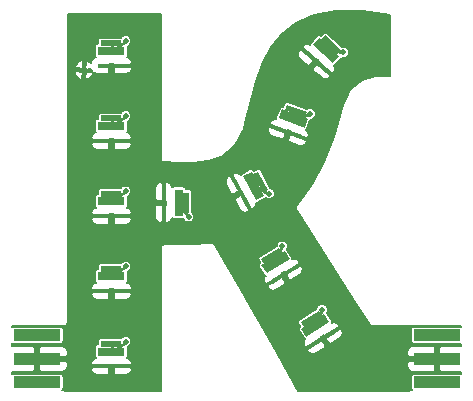
<source format=gtl>
G04 #@! TF.FileFunction,Copper,L1,Top,Signal*
%FSLAX46Y46*%
G04 Gerber Fmt 4.6, Leading zero omitted, Abs format (unit mm)*
G04 Created by KiCad (PCBNEW 4.0.0-rc2-stable) date 3/3/2016 3:45:24 PM*
%MOMM*%
G01*
G04 APERTURE LIST*
%ADD10C,0.150000*%
%ADD11C,0.500000*%
%ADD12R,0.500000X1.800000*%
%ADD13R,0.320000X2.300000*%
%ADD14R,0.800000X2.300000*%
%ADD15R,1.800000X0.500000*%
%ADD16R,2.300000X0.320000*%
%ADD17R,2.300000X0.800000*%
%ADD18R,4.000000X1.000000*%
%ADD19C,0.600000*%
%ADD20C,0.254000*%
%ADD21C,0.152400*%
G04 APERTURE END LIST*
D10*
G36*
X73424681Y-20819821D02*
X74766943Y-22019126D01*
X74433803Y-22391977D01*
X73091541Y-21192672D01*
X73424681Y-20819821D01*
X73424681Y-20819821D01*
G37*
G36*
X71912358Y-22137198D02*
X73627472Y-23669642D01*
X73414262Y-23908266D01*
X71699148Y-22375822D01*
X71912358Y-22137198D01*
X71912358Y-22137198D01*
G37*
G36*
X72905115Y-21026102D02*
X74620229Y-22558547D01*
X74087205Y-23155108D01*
X72372091Y-21622663D01*
X72905115Y-21026102D01*
X72905115Y-21026102D01*
G37*
D11*
X74957340Y-22256295D03*
D10*
G36*
X70181161Y-26699874D02*
X71873546Y-27312928D01*
X71703253Y-27783034D01*
X70010868Y-27169980D01*
X70181161Y-26699874D01*
X70181161Y-26699874D01*
G37*
G36*
X69268342Y-28485751D02*
X71430833Y-29269098D01*
X71321846Y-29569967D01*
X69159355Y-28786620D01*
X69268342Y-28485751D01*
X69268342Y-28485751D01*
G37*
G36*
X69775815Y-27084834D02*
X71938306Y-27868181D01*
X71665837Y-28620352D01*
X69503346Y-27837005D01*
X69775815Y-27084834D01*
X69775815Y-27084834D01*
G37*
D11*
X72138580Y-27462114D03*
D10*
G36*
X67732383Y-32335368D02*
X68585517Y-33920348D01*
X68145245Y-34157330D01*
X67292111Y-32572350D01*
X67732383Y-32335368D01*
X67732383Y-32335368D01*
G37*
G36*
X65861609Y-33058420D02*
X66951725Y-35083672D01*
X66669951Y-35235340D01*
X65579835Y-33210088D01*
X65861609Y-33058420D01*
X65861609Y-33058420D01*
G37*
G36*
X67173620Y-32352213D02*
X68263736Y-34377466D01*
X67559300Y-34756637D01*
X66469184Y-32731384D01*
X67173620Y-32352213D01*
X67173620Y-32352213D01*
G37*
D11*
X68683679Y-34208209D03*
D12*
X61641817Y-34972622D03*
D13*
X59741817Y-34972622D03*
D14*
X60991817Y-34972622D03*
D11*
X61841817Y-36172622D03*
D10*
G36*
X67963062Y-39731308D02*
X69487671Y-38774454D01*
X69753464Y-39197956D01*
X68228855Y-40154810D01*
X67963062Y-39731308D01*
X67963062Y-39731308D01*
G37*
G36*
X68809166Y-41549743D02*
X70757277Y-40327097D01*
X70927384Y-40598139D01*
X68979273Y-41820785D01*
X68809166Y-41549743D01*
X68809166Y-41549743D01*
G37*
G36*
X68017104Y-40287706D02*
X69965215Y-39065060D01*
X70390484Y-39742664D01*
X68442373Y-40965310D01*
X68017104Y-40287706D01*
X68017104Y-40287706D01*
G37*
D11*
X69768352Y-38657328D03*
D10*
G36*
X71335662Y-45105062D02*
X72860271Y-44148208D01*
X73126064Y-44571710D01*
X71601455Y-45528564D01*
X71335662Y-45105062D01*
X71335662Y-45105062D01*
G37*
G36*
X72181766Y-46923497D02*
X74129877Y-45700851D01*
X74299984Y-45971893D01*
X72351873Y-47194539D01*
X72181766Y-46923497D01*
X72181766Y-46923497D01*
G37*
G36*
X71389704Y-45661460D02*
X73337815Y-44438814D01*
X73763084Y-45116418D01*
X71814973Y-46339064D01*
X71389704Y-45661460D01*
X71389704Y-45661460D01*
G37*
D11*
X73140952Y-44031082D03*
D15*
X55316643Y-21477876D03*
D16*
X55316643Y-23377876D03*
D17*
X55316643Y-22127876D03*
D11*
X56516643Y-21277876D03*
D15*
X55316643Y-27842567D03*
D16*
X55316643Y-29742567D03*
D17*
X55316643Y-28492567D03*
D11*
X56516643Y-27642567D03*
D15*
X55316643Y-34207254D03*
D16*
X55316643Y-36107254D03*
D17*
X55316643Y-34857254D03*
D11*
X56516643Y-34007254D03*
D15*
X55316643Y-40571947D03*
D16*
X55316643Y-42471947D03*
D17*
X55316643Y-41221947D03*
D11*
X56516643Y-40371947D03*
D15*
X55316643Y-46936636D03*
D16*
X55316643Y-48836636D03*
D17*
X55316643Y-47586636D03*
D11*
X56516643Y-46736636D03*
D18*
X82907290Y-50192207D03*
X82907290Y-48192207D03*
X82907290Y-46192207D03*
D19*
X81907290Y-50192207D03*
X81907290Y-48192207D03*
X81907290Y-46192207D03*
D18*
X49020840Y-46192207D03*
X49020840Y-48192207D03*
X49020840Y-50192207D03*
D19*
X50020840Y-46192207D03*
X50020840Y-48192207D03*
X50020840Y-50192207D03*
D11*
X53004319Y-23756430D03*
D20*
X73930000Y-21610000D02*
X73500000Y-22090000D01*
X73930000Y-21610000D02*
X73500000Y-22090000D01*
X73930000Y-21610000D02*
X73500000Y-22090000D01*
X73930000Y-21610000D02*
X73500000Y-22090000D01*
X73930000Y-21610000D02*
X73500000Y-22090000D01*
X73930000Y-21610000D02*
X73500000Y-22090000D01*
X73930000Y-21610000D02*
X73500000Y-22090000D01*
X73930000Y-21610000D02*
X73500000Y-22090000D01*
X73930000Y-21610000D02*
X73500000Y-22090000D01*
X73500000Y-22090000D02*
X74960000Y-22260000D01*
X73500000Y-22090000D02*
X74960000Y-22260000D01*
X73500000Y-22090000D02*
X74960000Y-22260000D01*
X73500000Y-22090000D02*
X74960000Y-22260000D01*
X73500000Y-22090000D02*
X74960000Y-22260000D01*
X73500000Y-22090000D02*
X74960000Y-22260000D01*
X73500000Y-22090000D02*
X74960000Y-22260000D01*
X73500000Y-22090000D02*
X74960000Y-22260000D01*
X73500000Y-22090000D02*
X74960000Y-22260000D01*
X70940000Y-27240000D02*
X70720000Y-27850000D01*
X70940000Y-27240000D02*
X70720000Y-27850000D01*
X70940000Y-27240000D02*
X70720000Y-27850000D01*
X70940000Y-27240000D02*
X70720000Y-27850000D01*
X70940000Y-27240000D02*
X70720000Y-27850000D01*
X70940000Y-27240000D02*
X70720000Y-27850000D01*
X70940000Y-27240000D02*
X70720000Y-27850000D01*
X70940000Y-27240000D02*
X70720000Y-27850000D01*
X70940000Y-27240000D02*
X70720000Y-27850000D01*
X70720000Y-27850000D02*
X72140000Y-27460000D01*
X70720000Y-27850000D02*
X72140000Y-27460000D01*
X70720000Y-27850000D02*
X72140000Y-27460000D01*
X70720000Y-27850000D02*
X72140000Y-27460000D01*
X70720000Y-27850000D02*
X72140000Y-27460000D01*
X70720000Y-27850000D02*
X72140000Y-27460000D01*
X70720000Y-27850000D02*
X72140000Y-27460000D01*
X70720000Y-27850000D02*
X72140000Y-27460000D01*
X70720000Y-27850000D02*
X72140000Y-27460000D01*
X67940000Y-33250000D02*
X67370000Y-33550000D01*
X67940000Y-33250000D02*
X67370000Y-33550000D01*
X67940000Y-33250000D02*
X67370000Y-33550000D01*
X67940000Y-33250000D02*
X67370000Y-33550000D01*
X67940000Y-33250000D02*
X67370000Y-33550000D01*
X67940000Y-33250000D02*
X67370000Y-33550000D01*
X67940000Y-33250000D02*
X67370000Y-33550000D01*
X67940000Y-33250000D02*
X67370000Y-33550000D01*
X67940000Y-33250000D02*
X67370000Y-33550000D01*
X67370000Y-33550000D02*
X68680000Y-34210000D01*
X67370000Y-33550000D02*
X68680000Y-34210000D01*
X67370000Y-33550000D02*
X68680000Y-34210000D01*
X67370000Y-33550000D02*
X68680000Y-34210000D01*
X67370000Y-33550000D02*
X68680000Y-34210000D01*
X67370000Y-33550000D02*
X68680000Y-34210000D01*
X67370000Y-33550000D02*
X68680000Y-34210000D01*
X67370000Y-33550000D02*
X68680000Y-34210000D01*
X67370000Y-33550000D02*
X68680000Y-34210000D01*
X61640000Y-34970000D02*
X60990000Y-34970000D01*
X61640000Y-34970000D02*
X60990000Y-34970000D01*
X61640000Y-34970000D02*
X60990000Y-34970000D01*
X61640000Y-34970000D02*
X60990000Y-34970000D01*
X61640000Y-34970000D02*
X60990000Y-34970000D01*
X61640000Y-34970000D02*
X60990000Y-34970000D01*
X61640000Y-34970000D02*
X60990000Y-34970000D01*
X61640000Y-34970000D02*
X60990000Y-34970000D01*
X61640000Y-34970000D02*
X60990000Y-34970000D01*
X60990000Y-34970000D02*
X61840000Y-36170000D01*
X60990000Y-34970000D02*
X61840000Y-36170000D01*
X60990000Y-34970000D02*
X61840000Y-36170000D01*
X60990000Y-34970000D02*
X61840000Y-36170000D01*
X60990000Y-34970000D02*
X61840000Y-36170000D01*
X60990000Y-34970000D02*
X61840000Y-36170000D01*
X60990000Y-34970000D02*
X61840000Y-36170000D01*
X60990000Y-34970000D02*
X61840000Y-36170000D01*
X60990000Y-34970000D02*
X61840000Y-36170000D01*
X68860000Y-39460000D02*
X69200000Y-40020000D01*
X68860000Y-39460000D02*
X69200000Y-40020000D01*
X68860000Y-39460000D02*
X69200000Y-40020000D01*
X68860000Y-39460000D02*
X69200000Y-40020000D01*
X68860000Y-39460000D02*
X69200000Y-40020000D01*
X68860000Y-39460000D02*
X69200000Y-40020000D01*
X68860000Y-39460000D02*
X69200000Y-40020000D01*
X68860000Y-39460000D02*
X69200000Y-40020000D01*
X68860000Y-39460000D02*
X69200000Y-40020000D01*
X69200000Y-40020000D02*
X69770000Y-38660000D01*
X69200000Y-40020000D02*
X69770000Y-38660000D01*
X69200000Y-40020000D02*
X69770000Y-38660000D01*
X69200000Y-40020000D02*
X69770000Y-38660000D01*
X69200000Y-40020000D02*
X69770000Y-38660000D01*
X69200000Y-40020000D02*
X69770000Y-38660000D01*
X69200000Y-40020000D02*
X69770000Y-38660000D01*
X69200000Y-40020000D02*
X69770000Y-38660000D01*
X69200000Y-40020000D02*
X69770000Y-38660000D01*
X72230000Y-44840000D02*
X72580000Y-45390000D01*
X72230000Y-44840000D02*
X72580000Y-45390000D01*
X72230000Y-44840000D02*
X72580000Y-45390000D01*
X72230000Y-44840000D02*
X72580000Y-45390000D01*
X72230000Y-44840000D02*
X72580000Y-45390000D01*
X72230000Y-44840000D02*
X72580000Y-45390000D01*
X72230000Y-44840000D02*
X72580000Y-45390000D01*
X72230000Y-44840000D02*
X72580000Y-45390000D01*
X72230000Y-44840000D02*
X72580000Y-45390000D01*
X72580000Y-45390000D02*
X73140000Y-44030000D01*
X72580000Y-45390000D02*
X73140000Y-44030000D01*
X72580000Y-45390000D02*
X73140000Y-44030000D01*
X72580000Y-45390000D02*
X73140000Y-44030000D01*
X72580000Y-45390000D02*
X73140000Y-44030000D01*
X72580000Y-45390000D02*
X73140000Y-44030000D01*
X72580000Y-45390000D02*
X73140000Y-44030000D01*
X72580000Y-45390000D02*
X73140000Y-44030000D01*
X72580000Y-45390000D02*
X73140000Y-44030000D01*
X55320000Y-21480000D02*
X55320000Y-22130000D01*
X55320000Y-21480000D02*
X55320000Y-22130000D01*
X55320000Y-21480000D02*
X55320000Y-22130000D01*
X55320000Y-21480000D02*
X55320000Y-22130000D01*
X55320000Y-21480000D02*
X55320000Y-22130000D01*
X55320000Y-21480000D02*
X55320000Y-22130000D01*
X55320000Y-21480000D02*
X55320000Y-22130000D01*
X55320000Y-21480000D02*
X55320000Y-22130000D01*
X55320000Y-21480000D02*
X55320000Y-22130000D01*
X55320000Y-22130000D02*
X56520000Y-21280000D01*
X55320000Y-22130000D02*
X56520000Y-21280000D01*
X55320000Y-22130000D02*
X56520000Y-21280000D01*
X55320000Y-22130000D02*
X56520000Y-21280000D01*
X55320000Y-22130000D02*
X56520000Y-21280000D01*
X55320000Y-22130000D02*
X56520000Y-21280000D01*
X55320000Y-22130000D02*
X56520000Y-21280000D01*
X55320000Y-22130000D02*
X56520000Y-21280000D01*
X55320000Y-22130000D02*
X56520000Y-21280000D01*
X55320000Y-27840000D02*
X55320000Y-28490000D01*
X55320000Y-27840000D02*
X55320000Y-28490000D01*
X55320000Y-27840000D02*
X55320000Y-28490000D01*
X55320000Y-27840000D02*
X55320000Y-28490000D01*
X55320000Y-27840000D02*
X55320000Y-28490000D01*
X55320000Y-27840000D02*
X55320000Y-28490000D01*
X55320000Y-27840000D02*
X55320000Y-28490000D01*
X55320000Y-27840000D02*
X55320000Y-28490000D01*
X55320000Y-27840000D02*
X55320000Y-28490000D01*
X55320000Y-28490000D02*
X56520000Y-27640000D01*
X55320000Y-28490000D02*
X56520000Y-27640000D01*
X55320000Y-28490000D02*
X56520000Y-27640000D01*
X55320000Y-28490000D02*
X56520000Y-27640000D01*
X55320000Y-28490000D02*
X56520000Y-27640000D01*
X55320000Y-28490000D02*
X56520000Y-27640000D01*
X55320000Y-28490000D02*
X56520000Y-27640000D01*
X55320000Y-28490000D02*
X56520000Y-27640000D01*
X55320000Y-28490000D02*
X56520000Y-27640000D01*
X55320000Y-34210000D02*
X55320000Y-34860000D01*
X55320000Y-34210000D02*
X55320000Y-34860000D01*
X55320000Y-34210000D02*
X55320000Y-34860000D01*
X55320000Y-34210000D02*
X55320000Y-34860000D01*
X55320000Y-34210000D02*
X55320000Y-34860000D01*
X55320000Y-34210000D02*
X55320000Y-34860000D01*
X55320000Y-34210000D02*
X55320000Y-34860000D01*
X55320000Y-34210000D02*
X55320000Y-34860000D01*
X55320000Y-34210000D02*
X55320000Y-34860000D01*
X55320000Y-34860000D02*
X56520000Y-34010000D01*
X55320000Y-34860000D02*
X56520000Y-34010000D01*
X55320000Y-34860000D02*
X56520000Y-34010000D01*
X55320000Y-34860000D02*
X56520000Y-34010000D01*
X55320000Y-34860000D02*
X56520000Y-34010000D01*
X55320000Y-34860000D02*
X56520000Y-34010000D01*
X55320000Y-34860000D02*
X56520000Y-34010000D01*
X55320000Y-34860000D02*
X56520000Y-34010000D01*
X55320000Y-34860000D02*
X56520000Y-34010000D01*
X55320000Y-40570000D02*
X55320000Y-41220000D01*
X55320000Y-40570000D02*
X55320000Y-41220000D01*
X55320000Y-40570000D02*
X55320000Y-41220000D01*
X55320000Y-40570000D02*
X55320000Y-41220000D01*
X55320000Y-40570000D02*
X55320000Y-41220000D01*
X55320000Y-40570000D02*
X55320000Y-41220000D01*
X55320000Y-40570000D02*
X55320000Y-41220000D01*
X55320000Y-40570000D02*
X55320000Y-41220000D01*
X55320000Y-40570000D02*
X55320000Y-41220000D01*
X55320000Y-41220000D02*
X56520000Y-40370000D01*
X55320000Y-41220000D02*
X56520000Y-40370000D01*
X55320000Y-41220000D02*
X56520000Y-40370000D01*
X55320000Y-41220000D02*
X56520000Y-40370000D01*
X55320000Y-41220000D02*
X56520000Y-40370000D01*
X55320000Y-41220000D02*
X56520000Y-40370000D01*
X55320000Y-41220000D02*
X56520000Y-40370000D01*
X55320000Y-41220000D02*
X56520000Y-40370000D01*
X55320000Y-41220000D02*
X56520000Y-40370000D01*
X55320000Y-46940000D02*
X55320000Y-47590000D01*
X55320000Y-46940000D02*
X55320000Y-47590000D01*
X55320000Y-46940000D02*
X55320000Y-47590000D01*
X55320000Y-46940000D02*
X55320000Y-47590000D01*
X55320000Y-46940000D02*
X55320000Y-47590000D01*
X55320000Y-46940000D02*
X55320000Y-47590000D01*
X55320000Y-46940000D02*
X55320000Y-47590000D01*
X55320000Y-46940000D02*
X55320000Y-47590000D01*
X55320000Y-46940000D02*
X55320000Y-47590000D01*
X55320000Y-47590000D02*
X56520000Y-46740000D01*
X55320000Y-47590000D02*
X56520000Y-46740000D01*
X55320000Y-47590000D02*
X56520000Y-46740000D01*
X55320000Y-47590000D02*
X56520000Y-46740000D01*
X55320000Y-47590000D02*
X56520000Y-46740000D01*
X55320000Y-47590000D02*
X56520000Y-46740000D01*
X55320000Y-47590000D02*
X56520000Y-46740000D01*
X55320000Y-47590000D02*
X56520000Y-46740000D01*
X55320000Y-47590000D02*
X56520000Y-46740000D01*
D21*
G36*
X78901400Y-19097322D02*
X78901400Y-24249247D01*
X77772043Y-24281514D01*
X77741230Y-24288563D01*
X77709675Y-24290422D01*
X76559675Y-24590422D01*
X76555898Y-24592254D01*
X76551713Y-24592625D01*
X76507116Y-24615910D01*
X76461865Y-24637854D01*
X76459075Y-24640993D01*
X76455352Y-24642937D01*
X75585352Y-25342938D01*
X75579319Y-25350146D01*
X75571293Y-25355042D01*
X75544622Y-25391598D01*
X75515580Y-25426295D01*
X75512764Y-25435264D01*
X75507223Y-25442859D01*
X74937223Y-26672860D01*
X74932263Y-26693339D01*
X74922533Y-26712030D01*
X74135960Y-29410274D01*
X73246716Y-31692667D01*
X72215630Y-33597721D01*
X70989277Y-35190002D01*
X70986584Y-35195438D01*
X70982189Y-35199624D01*
X70962541Y-35243974D01*
X70941023Y-35287410D01*
X70940615Y-35293462D01*
X70938157Y-35299011D01*
X70936977Y-35347486D01*
X70933718Y-35395868D01*
X70935659Y-35401619D01*
X70935511Y-35407683D01*
X70952966Y-35452908D01*
X70968475Y-35498866D01*
X70972469Y-35503436D01*
X70974653Y-35509096D01*
X75624653Y-42849096D01*
X75625443Y-42849925D01*
X75625865Y-42850993D01*
X77205865Y-45300993D01*
X77226510Y-45322321D01*
X77243000Y-45347000D01*
X77263947Y-45360997D01*
X77281470Y-45379099D01*
X77308703Y-45390902D01*
X77333384Y-45407393D01*
X77358096Y-45412308D01*
X77381210Y-45422326D01*
X77410886Y-45422809D01*
X77440000Y-45428600D01*
X84941400Y-45428600D01*
X84941400Y-45466036D01*
X84907290Y-45459129D01*
X80907290Y-45459129D01*
X80822576Y-45475069D01*
X80744772Y-45525135D01*
X80692575Y-45601527D01*
X80674212Y-45692207D01*
X80674212Y-46692207D01*
X80690152Y-46776921D01*
X80740218Y-46854725D01*
X80816610Y-46906922D01*
X80907290Y-46925285D01*
X84907290Y-46925285D01*
X84941400Y-46918867D01*
X84941400Y-47108007D01*
X83231140Y-47108007D01*
X83085090Y-47254057D01*
X83085090Y-48014407D01*
X83105090Y-48014407D01*
X83105090Y-48370007D01*
X83085090Y-48370007D01*
X83085090Y-49130357D01*
X83231140Y-49276407D01*
X84941400Y-49276407D01*
X84941400Y-49466036D01*
X84907290Y-49459129D01*
X80907290Y-49459129D01*
X80822576Y-49475069D01*
X80744772Y-49525135D01*
X80692575Y-49601527D01*
X80674212Y-49692207D01*
X80674212Y-50692207D01*
X80690152Y-50776921D01*
X80740218Y-50854725D01*
X80764622Y-50871400D01*
X80520000Y-50871400D01*
X80469726Y-50881400D01*
X71093221Y-50881400D01*
X69232126Y-47561036D01*
X71892164Y-47561036D01*
X71918826Y-47603517D01*
X72108299Y-47738106D01*
X72334854Y-47789941D01*
X72564000Y-47751131D01*
X72760852Y-47627586D01*
X72843043Y-47576002D01*
X80323090Y-47576002D01*
X80323090Y-47868357D01*
X80469140Y-48014407D01*
X81039370Y-48014407D01*
X81007878Y-48130540D01*
X81038672Y-48370007D01*
X80469140Y-48370007D01*
X80323090Y-48516057D01*
X80323090Y-48808412D01*
X80412029Y-49023130D01*
X80576368Y-49187468D01*
X80791086Y-49276407D01*
X82583440Y-49276407D01*
X82729490Y-49130357D01*
X82729490Y-48538605D01*
X82806702Y-48253874D01*
X82761837Y-47904990D01*
X82729490Y-47826897D01*
X82729490Y-47254057D01*
X82583440Y-47108007D01*
X80791086Y-47108007D01*
X80576368Y-47196946D01*
X80412029Y-47361284D01*
X80323090Y-47576002D01*
X72843043Y-47576002D01*
X73362178Y-47250190D01*
X73408245Y-47048847D01*
X73132804Y-46609971D01*
X71938231Y-47359693D01*
X71892164Y-47561036D01*
X69232126Y-47561036D01*
X67876454Y-45142395D01*
X71105593Y-45142395D01*
X71138244Y-45228963D01*
X71280136Y-45455047D01*
X71265803Y-45464042D01*
X71202523Y-45522576D01*
X71163237Y-45606342D01*
X71159635Y-45698793D01*
X71192286Y-45785361D01*
X71617555Y-46462965D01*
X71676089Y-46526244D01*
X71729551Y-46551318D01*
X71638200Y-46679922D01*
X71586364Y-46906478D01*
X71625173Y-47135623D01*
X71651835Y-47178105D01*
X71853178Y-47224172D01*
X73047751Y-46474451D01*
X73014167Y-46420939D01*
X73433999Y-46420939D01*
X73709440Y-46859815D01*
X73910783Y-46905882D01*
X74512110Y-46528486D01*
X74708962Y-46404940D01*
X74843550Y-46215468D01*
X74895386Y-45988912D01*
X74856577Y-45759767D01*
X74829915Y-45717285D01*
X74628572Y-45671218D01*
X73433999Y-46420939D01*
X73014167Y-46420939D01*
X73005224Y-46406690D01*
X73306419Y-46217658D01*
X73348946Y-46285419D01*
X74543519Y-45535697D01*
X74589586Y-45334354D01*
X74562924Y-45291873D01*
X74373451Y-45157284D01*
X74146896Y-45105449D01*
X73991098Y-45131836D01*
X73993153Y-45079085D01*
X73960502Y-44992517D01*
X73535233Y-44314913D01*
X73534669Y-44314303D01*
X73546452Y-44302541D01*
X73619468Y-44126699D01*
X73619635Y-43936300D01*
X73546926Y-43760331D01*
X73412411Y-43625582D01*
X73236569Y-43552566D01*
X73046170Y-43552399D01*
X72870201Y-43625108D01*
X72735452Y-43759623D01*
X72662436Y-43935465D01*
X72662382Y-43997225D01*
X71211761Y-44907644D01*
X71148481Y-44966178D01*
X71109195Y-45049944D01*
X71105593Y-45142395D01*
X67876454Y-45142395D01*
X67653027Y-44743781D01*
X67651898Y-44742460D01*
X67651339Y-44740811D01*
X66178626Y-42187282D01*
X68519564Y-42187282D01*
X68546226Y-42229763D01*
X68735699Y-42364352D01*
X68962254Y-42416187D01*
X69191400Y-42377377D01*
X69388252Y-42253832D01*
X69989578Y-41876436D01*
X70035645Y-41675093D01*
X69760204Y-41236217D01*
X68565631Y-41985939D01*
X68519564Y-42187282D01*
X66178626Y-42187282D01*
X64783707Y-39768641D01*
X67732993Y-39768641D01*
X67765644Y-39855209D01*
X67907536Y-40081293D01*
X67893203Y-40090288D01*
X67829923Y-40148822D01*
X67790637Y-40232588D01*
X67787035Y-40325039D01*
X67819686Y-40411607D01*
X68244955Y-41089211D01*
X68303489Y-41152490D01*
X68356951Y-41177564D01*
X68265600Y-41306168D01*
X68213764Y-41532724D01*
X68252573Y-41761869D01*
X68279235Y-41804351D01*
X68480578Y-41850418D01*
X69675151Y-41100697D01*
X69641567Y-41047185D01*
X70061399Y-41047185D01*
X70336840Y-41486061D01*
X70538183Y-41532128D01*
X71139510Y-41154732D01*
X71336362Y-41031186D01*
X71470950Y-40841714D01*
X71522786Y-40615158D01*
X71483977Y-40386013D01*
X71457315Y-40343531D01*
X71255972Y-40297464D01*
X70061399Y-41047185D01*
X69641567Y-41047185D01*
X69632624Y-41032936D01*
X69933819Y-40843904D01*
X69976346Y-40911665D01*
X71170919Y-40161943D01*
X71216986Y-39960600D01*
X71190324Y-39918119D01*
X71000851Y-39783530D01*
X70774296Y-39731695D01*
X70618498Y-39758082D01*
X70620553Y-39705331D01*
X70587902Y-39618763D01*
X70162633Y-38941159D01*
X70162069Y-38940549D01*
X70173852Y-38928787D01*
X70246868Y-38752945D01*
X70247035Y-38562546D01*
X70174326Y-38386577D01*
X70039811Y-38251828D01*
X69863969Y-38178812D01*
X69673570Y-38178645D01*
X69497601Y-38251354D01*
X69362852Y-38385869D01*
X69289836Y-38561711D01*
X69289782Y-38623471D01*
X67839161Y-39533890D01*
X67775881Y-39592424D01*
X67736595Y-39676190D01*
X67732993Y-39768641D01*
X64783707Y-39768641D01*
X64081339Y-38550811D01*
X64054020Y-38519630D01*
X64029768Y-38486025D01*
X64018463Y-38479047D01*
X64009703Y-38469049D01*
X63972529Y-38450696D01*
X63937265Y-38428930D01*
X63924148Y-38426809D01*
X63912231Y-38420926D01*
X63870867Y-38418196D01*
X63829953Y-38411581D01*
X61892989Y-38481471D01*
X59766076Y-38511428D01*
X59714817Y-38522376D01*
X59663384Y-38532607D01*
X59661723Y-38533717D01*
X59659770Y-38534134D01*
X59616596Y-38563870D01*
X59573000Y-38593000D01*
X59571890Y-38594661D01*
X59570245Y-38595794D01*
X59541728Y-38639802D01*
X59512607Y-38683384D01*
X59512217Y-38685342D01*
X59511131Y-38687019D01*
X59501630Y-38738570D01*
X59491400Y-38790000D01*
X59491400Y-50881400D01*
X51380274Y-50881400D01*
X51330000Y-50871400D01*
X51164522Y-50871400D01*
X51183358Y-50859279D01*
X51235555Y-50782887D01*
X51253918Y-50692207D01*
X51253918Y-49692207D01*
X51237978Y-49607493D01*
X51187912Y-49529689D01*
X51111520Y-49477492D01*
X51020840Y-49459129D01*
X47020840Y-49459129D01*
X46936126Y-49475069D01*
X46908600Y-49492782D01*
X46908600Y-49276407D01*
X48696990Y-49276407D01*
X48843040Y-49130357D01*
X48843040Y-48370007D01*
X48823040Y-48370007D01*
X48823040Y-48130540D01*
X49121428Y-48130540D01*
X49166293Y-48479424D01*
X49198640Y-48557517D01*
X49198640Y-49130357D01*
X49344690Y-49276407D01*
X51137044Y-49276407D01*
X51351762Y-49187468D01*
X51476544Y-49062686D01*
X53582443Y-49062686D01*
X53582443Y-49112841D01*
X53671382Y-49327559D01*
X53835721Y-49491897D01*
X54050439Y-49580836D01*
X54992793Y-49580836D01*
X55138843Y-49434786D01*
X55138843Y-48916636D01*
X55494443Y-48916636D01*
X55494443Y-49434786D01*
X55640493Y-49580836D01*
X56582847Y-49580836D01*
X56797565Y-49491897D01*
X56961904Y-49327559D01*
X57050843Y-49112841D01*
X57050843Y-49062686D01*
X56904793Y-48916636D01*
X55494443Y-48916636D01*
X55138843Y-48916636D01*
X53728493Y-48916636D01*
X53582443Y-49062686D01*
X51476544Y-49062686D01*
X51516101Y-49023130D01*
X51605040Y-48808412D01*
X51605040Y-48560431D01*
X53582443Y-48560431D01*
X53582443Y-48610586D01*
X53728493Y-48756636D01*
X55138843Y-48756636D01*
X55138843Y-48676636D01*
X55494443Y-48676636D01*
X55494443Y-48756636D01*
X56904793Y-48756636D01*
X57050843Y-48610586D01*
X57050843Y-48560431D01*
X56961904Y-48345713D01*
X56797565Y-48181375D01*
X56651575Y-48120904D01*
X56681358Y-48077316D01*
X56699721Y-47986636D01*
X56699721Y-47186636D01*
X56698359Y-47179398D01*
X56787394Y-47142610D01*
X56922143Y-47008095D01*
X56995159Y-46832253D01*
X56995326Y-46641854D01*
X56922617Y-46465885D01*
X56788102Y-46331136D01*
X56612260Y-46258120D01*
X56421861Y-46257953D01*
X56245892Y-46330662D01*
X56122782Y-46453558D01*
X54416643Y-46453558D01*
X54331929Y-46469498D01*
X54254125Y-46519564D01*
X54201928Y-46595956D01*
X54183565Y-46686636D01*
X54183565Y-46953558D01*
X54166643Y-46953558D01*
X54081929Y-46969498D01*
X54004125Y-47019564D01*
X53951928Y-47095956D01*
X53933565Y-47186636D01*
X53933565Y-47986636D01*
X53949505Y-48071350D01*
X53981460Y-48121008D01*
X53835721Y-48181375D01*
X53671382Y-48345713D01*
X53582443Y-48560431D01*
X51605040Y-48560431D01*
X51605040Y-48516057D01*
X51458990Y-48370007D01*
X50888760Y-48370007D01*
X50920252Y-48253874D01*
X50889458Y-48014407D01*
X51458990Y-48014407D01*
X51605040Y-47868357D01*
X51605040Y-47576002D01*
X51516101Y-47361284D01*
X51351762Y-47196946D01*
X51137044Y-47108007D01*
X49344690Y-47108007D01*
X49198640Y-47254057D01*
X49198640Y-47845809D01*
X49121428Y-48130540D01*
X48823040Y-48130540D01*
X48823040Y-48014407D01*
X48843040Y-48014407D01*
X48843040Y-47254057D01*
X48696990Y-47108007D01*
X46908600Y-47108007D01*
X46908600Y-46892191D01*
X46930160Y-46906922D01*
X47020840Y-46925285D01*
X51020840Y-46925285D01*
X51105554Y-46909345D01*
X51183358Y-46859279D01*
X51235555Y-46782887D01*
X51253918Y-46692207D01*
X51253918Y-45692207D01*
X51237978Y-45607493D01*
X51187912Y-45529689D01*
X51111520Y-45477492D01*
X51020840Y-45459129D01*
X47020840Y-45459129D01*
X46936126Y-45475069D01*
X46908600Y-45492782D01*
X46908600Y-45428600D01*
X51330000Y-45428600D01*
X51436616Y-45407393D01*
X51527000Y-45347000D01*
X51587393Y-45256616D01*
X51608600Y-45150000D01*
X51608600Y-42697997D01*
X53582443Y-42697997D01*
X53582443Y-42748152D01*
X53671382Y-42962870D01*
X53835721Y-43127208D01*
X54050439Y-43216147D01*
X54992793Y-43216147D01*
X55138843Y-43070097D01*
X55138843Y-42551947D01*
X55494443Y-42551947D01*
X55494443Y-43070097D01*
X55640493Y-43216147D01*
X56582847Y-43216147D01*
X56797565Y-43127208D01*
X56961904Y-42962870D01*
X57050843Y-42748152D01*
X57050843Y-42697997D01*
X56904793Y-42551947D01*
X55494443Y-42551947D01*
X55138843Y-42551947D01*
X53728493Y-42551947D01*
X53582443Y-42697997D01*
X51608600Y-42697997D01*
X51608600Y-42195742D01*
X53582443Y-42195742D01*
X53582443Y-42245897D01*
X53728493Y-42391947D01*
X55138843Y-42391947D01*
X55138843Y-42311947D01*
X55494443Y-42311947D01*
X55494443Y-42391947D01*
X56904793Y-42391947D01*
X57050843Y-42245897D01*
X57050843Y-42195742D01*
X56961904Y-41981024D01*
X56797565Y-41816686D01*
X56651575Y-41756215D01*
X56681358Y-41712627D01*
X56699721Y-41621947D01*
X56699721Y-40821947D01*
X56698359Y-40814709D01*
X56787394Y-40777921D01*
X56922143Y-40643406D01*
X56995159Y-40467564D01*
X56995326Y-40277165D01*
X56922617Y-40101196D01*
X56788102Y-39966447D01*
X56612260Y-39893431D01*
X56421861Y-39893264D01*
X56245892Y-39965973D01*
X56122782Y-40088869D01*
X54416643Y-40088869D01*
X54331929Y-40104809D01*
X54254125Y-40154875D01*
X54201928Y-40231267D01*
X54183565Y-40321947D01*
X54183565Y-40588869D01*
X54166643Y-40588869D01*
X54081929Y-40604809D01*
X54004125Y-40654875D01*
X53951928Y-40731267D01*
X53933565Y-40821947D01*
X53933565Y-41621947D01*
X53949505Y-41706661D01*
X53981460Y-41756319D01*
X53835721Y-41816686D01*
X53671382Y-41981024D01*
X53582443Y-42195742D01*
X51608600Y-42195742D01*
X51608600Y-36333304D01*
X53582443Y-36333304D01*
X53582443Y-36383459D01*
X53671382Y-36598177D01*
X53835721Y-36762515D01*
X54050439Y-36851454D01*
X54992793Y-36851454D01*
X55138843Y-36705404D01*
X55138843Y-36187254D01*
X55494443Y-36187254D01*
X55494443Y-36705404D01*
X55640493Y-36851454D01*
X56582847Y-36851454D01*
X56797565Y-36762515D01*
X56961904Y-36598177D01*
X57050843Y-36383459D01*
X57050843Y-36333304D01*
X56904793Y-36187254D01*
X55494443Y-36187254D01*
X55138843Y-36187254D01*
X53728493Y-36187254D01*
X53582443Y-36333304D01*
X51608600Y-36333304D01*
X51608600Y-35831049D01*
X53582443Y-35831049D01*
X53582443Y-35881204D01*
X53728493Y-36027254D01*
X55138843Y-36027254D01*
X55138843Y-35947254D01*
X55494443Y-35947254D01*
X55494443Y-36027254D01*
X56904793Y-36027254D01*
X57050843Y-35881204D01*
X57050843Y-35831049D01*
X56961904Y-35616331D01*
X56797565Y-35451993D01*
X56651575Y-35391522D01*
X56681358Y-35347934D01*
X56691779Y-35296472D01*
X58997617Y-35296472D01*
X58997617Y-36238826D01*
X59086556Y-36453544D01*
X59250894Y-36617883D01*
X59465612Y-36706822D01*
X59515767Y-36706822D01*
X59661817Y-36560772D01*
X59661817Y-35150422D01*
X59143667Y-35150422D01*
X58997617Y-35296472D01*
X56691779Y-35296472D01*
X56699721Y-35257254D01*
X56699721Y-34457254D01*
X56698359Y-34450016D01*
X56787394Y-34413228D01*
X56922143Y-34278713D01*
X56995159Y-34102871D01*
X56995326Y-33912472D01*
X56922617Y-33736503D01*
X56892585Y-33706418D01*
X58997617Y-33706418D01*
X58997617Y-34648772D01*
X59143667Y-34794822D01*
X59661817Y-34794822D01*
X59661817Y-33384472D01*
X59821817Y-33384472D01*
X59821817Y-34794822D01*
X59901817Y-34794822D01*
X59901817Y-35150422D01*
X59821817Y-35150422D01*
X59821817Y-36560772D01*
X59967867Y-36706822D01*
X60018022Y-36706822D01*
X60232740Y-36617883D01*
X60397078Y-36453544D01*
X60457549Y-36307554D01*
X60501137Y-36337337D01*
X60591817Y-36355700D01*
X61391817Y-36355700D01*
X61399055Y-36354338D01*
X61435843Y-36443373D01*
X61570358Y-36578122D01*
X61746200Y-36651138D01*
X61936599Y-36651305D01*
X62112568Y-36578596D01*
X62247317Y-36444081D01*
X62320333Y-36268239D01*
X62320500Y-36077840D01*
X62247791Y-35901871D01*
X62124895Y-35778761D01*
X62124895Y-34784768D01*
X65763972Y-34784768D01*
X66100460Y-35409906D01*
X66210613Y-35614553D01*
X66390697Y-35761467D01*
X66613294Y-35828285D01*
X66844517Y-35804831D01*
X66888681Y-35781060D01*
X66948062Y-35583234D01*
X66279607Y-34341358D01*
X65823353Y-34586942D01*
X65763972Y-34784768D01*
X62124895Y-34784768D01*
X62124895Y-34072622D01*
X62108955Y-33987908D01*
X62058889Y-33910104D01*
X61982497Y-33857907D01*
X61891817Y-33839544D01*
X61624895Y-33839544D01*
X61624895Y-33822622D01*
X61608955Y-33737908D01*
X61558889Y-33660104D01*
X61482497Y-33607907D01*
X61391817Y-33589544D01*
X60591817Y-33589544D01*
X60507103Y-33605484D01*
X60457445Y-33637439D01*
X60397078Y-33491700D01*
X60232740Y-33327361D01*
X60018022Y-33238422D01*
X59967867Y-33238422D01*
X59821817Y-33384472D01*
X59661817Y-33384472D01*
X59515767Y-33238422D01*
X59465612Y-33238422D01*
X59250894Y-33327361D01*
X59086556Y-33491700D01*
X58997617Y-33706418D01*
X56892585Y-33706418D01*
X56788102Y-33601754D01*
X56612260Y-33528738D01*
X56421861Y-33528571D01*
X56245892Y-33601280D01*
X56122782Y-33724176D01*
X54416643Y-33724176D01*
X54331929Y-33740116D01*
X54254125Y-33790182D01*
X54201928Y-33866574D01*
X54183565Y-33957254D01*
X54183565Y-34224176D01*
X54166643Y-34224176D01*
X54081929Y-34240116D01*
X54004125Y-34290182D01*
X53951928Y-34366574D01*
X53933565Y-34457254D01*
X53933565Y-35257254D01*
X53949505Y-35341968D01*
X53981460Y-35391626D01*
X53835721Y-35451993D01*
X53671382Y-35616331D01*
X53582443Y-35831049D01*
X51608600Y-35831049D01*
X51608600Y-33153432D01*
X64986890Y-33153432D01*
X65010344Y-33384655D01*
X65120498Y-33589301D01*
X65456986Y-34214439D01*
X65654812Y-34273821D01*
X66111066Y-34028236D01*
X65442611Y-32786360D01*
X65244785Y-32726979D01*
X65200622Y-32750751D01*
X65053707Y-32930834D01*
X64986890Y-33153432D01*
X51608600Y-33153432D01*
X51608600Y-32710526D01*
X65583498Y-32710526D01*
X66251953Y-33952402D01*
X66322396Y-33914485D01*
X66490938Y-34227606D01*
X66420494Y-34265524D01*
X67088949Y-35507400D01*
X67286775Y-35566781D01*
X67330938Y-35543009D01*
X67477853Y-35362926D01*
X67544670Y-35140328D01*
X67528723Y-34983117D01*
X67581219Y-34988682D01*
X67669770Y-34961873D01*
X68374206Y-34582702D01*
X68378114Y-34579543D01*
X68412220Y-34613709D01*
X68588062Y-34686725D01*
X68778461Y-34686892D01*
X68954430Y-34614183D01*
X69089179Y-34479668D01*
X69162195Y-34303826D01*
X69162362Y-34113427D01*
X69089653Y-33937458D01*
X68955138Y-33802709D01*
X68779296Y-33729693D01*
X68747578Y-33729665D01*
X67937619Y-32224898D01*
X67883431Y-32157858D01*
X67802469Y-32113077D01*
X67710464Y-32103323D01*
X67621912Y-32130133D01*
X67386877Y-32256644D01*
X67378856Y-32241743D01*
X67324668Y-32174703D01*
X67243707Y-32129922D01*
X67151701Y-32120168D01*
X67063150Y-32146977D01*
X66358714Y-32526148D01*
X66291674Y-32580336D01*
X66263093Y-32632009D01*
X66140863Y-32532293D01*
X65918266Y-32465475D01*
X65687043Y-32488929D01*
X65642879Y-32512700D01*
X65583498Y-32710526D01*
X51608600Y-32710526D01*
X51608600Y-29968617D01*
X53582443Y-29968617D01*
X53582443Y-30018772D01*
X53671382Y-30233490D01*
X53835721Y-30397828D01*
X54050439Y-30486767D01*
X54992793Y-30486767D01*
X55138843Y-30340717D01*
X55138843Y-29822567D01*
X55494443Y-29822567D01*
X55494443Y-30340717D01*
X55640493Y-30486767D01*
X56582847Y-30486767D01*
X56797565Y-30397828D01*
X56961904Y-30233490D01*
X57050843Y-30018772D01*
X57050843Y-29968617D01*
X56904793Y-29822567D01*
X55494443Y-29822567D01*
X55138843Y-29822567D01*
X53728493Y-29822567D01*
X53582443Y-29968617D01*
X51608600Y-29968617D01*
X51608600Y-29466362D01*
X53582443Y-29466362D01*
X53582443Y-29516517D01*
X53728493Y-29662567D01*
X55138843Y-29662567D01*
X55138843Y-29582567D01*
X55494443Y-29582567D01*
X55494443Y-29662567D01*
X56904793Y-29662567D01*
X57050843Y-29516517D01*
X57050843Y-29466362D01*
X56961904Y-29251644D01*
X56797565Y-29087306D01*
X56651575Y-29026835D01*
X56681358Y-28983247D01*
X56699721Y-28892567D01*
X56699721Y-28092567D01*
X56698359Y-28085329D01*
X56787394Y-28048541D01*
X56922143Y-27914026D01*
X56995159Y-27738184D01*
X56995326Y-27547785D01*
X56922617Y-27371816D01*
X56788102Y-27237067D01*
X56612260Y-27164051D01*
X56421861Y-27163884D01*
X56245892Y-27236593D01*
X56122782Y-27359489D01*
X54416643Y-27359489D01*
X54331929Y-27375429D01*
X54254125Y-27425495D01*
X54201928Y-27501887D01*
X54183565Y-27592567D01*
X54183565Y-27859489D01*
X54166643Y-27859489D01*
X54081929Y-27875429D01*
X54004125Y-27925495D01*
X53951928Y-28001887D01*
X53933565Y-28092567D01*
X53933565Y-28892567D01*
X53949505Y-28977281D01*
X53981460Y-29026939D01*
X53835721Y-29087306D01*
X53671382Y-29251644D01*
X53582443Y-29466362D01*
X51608600Y-29466362D01*
X51608600Y-23970349D01*
X52181116Y-23970349D01*
X52325641Y-24269092D01*
X52573490Y-24489786D01*
X52708742Y-24553963D01*
X52829247Y-24455157D01*
X53094273Y-24455157D01*
X53218238Y-24579633D01*
X53516981Y-24435108D01*
X53737675Y-24187259D01*
X53801852Y-24052007D01*
X53690466Y-23916159D01*
X53122871Y-23887562D01*
X53094273Y-24455157D01*
X52829247Y-24455157D01*
X52844590Y-24442577D01*
X52873187Y-23874982D01*
X52305592Y-23846384D01*
X52181116Y-23970349D01*
X51608600Y-23970349D01*
X51608600Y-23460853D01*
X52206786Y-23460853D01*
X52318172Y-23596701D01*
X52885767Y-23625298D01*
X52892541Y-23490839D01*
X53018460Y-23490839D01*
X53136892Y-23609271D01*
X53135451Y-23637878D01*
X53167093Y-23639472D01*
X53269910Y-23742289D01*
X53362863Y-23649336D01*
X53585116Y-23660534D01*
X53671382Y-23868799D01*
X53835721Y-24033137D01*
X54050439Y-24122076D01*
X54992793Y-24122076D01*
X55138843Y-23976026D01*
X55138843Y-23457876D01*
X55494443Y-23457876D01*
X55494443Y-23976026D01*
X55640493Y-24122076D01*
X56582847Y-24122076D01*
X56797565Y-24033137D01*
X56961904Y-23868799D01*
X57050843Y-23654081D01*
X57050843Y-23603926D01*
X56904793Y-23457876D01*
X55494443Y-23457876D01*
X55138843Y-23457876D01*
X55118843Y-23457876D01*
X55118843Y-23297876D01*
X55138843Y-23297876D01*
X55138843Y-23217876D01*
X55494443Y-23217876D01*
X55494443Y-23297876D01*
X56904793Y-23297876D01*
X57050843Y-23151826D01*
X57050843Y-23101671D01*
X56961904Y-22886953D01*
X56797565Y-22722615D01*
X56651575Y-22662144D01*
X56681358Y-22618556D01*
X56699721Y-22527876D01*
X56699721Y-21727876D01*
X56698359Y-21720638D01*
X56787394Y-21683850D01*
X56922143Y-21549335D01*
X56995159Y-21373493D01*
X56995326Y-21183094D01*
X56922617Y-21007125D01*
X56788102Y-20872376D01*
X56612260Y-20799360D01*
X56421861Y-20799193D01*
X56245892Y-20871902D01*
X56122782Y-20994798D01*
X54416643Y-20994798D01*
X54331929Y-21010738D01*
X54254125Y-21060804D01*
X54201928Y-21137196D01*
X54183565Y-21227876D01*
X54183565Y-21494798D01*
X54166643Y-21494798D01*
X54081929Y-21510738D01*
X54004125Y-21560804D01*
X53951928Y-21637196D01*
X53933565Y-21727876D01*
X53933565Y-22527876D01*
X53949505Y-22612590D01*
X53981460Y-22662248D01*
X53835721Y-22722615D01*
X53671382Y-22886953D01*
X53582443Y-23101671D01*
X53582443Y-23133816D01*
X53478963Y-23030336D01*
X53462167Y-23047132D01*
X53435148Y-23023074D01*
X53299896Y-22958897D01*
X53164048Y-23070283D01*
X53149459Y-23359840D01*
X53018460Y-23490839D01*
X52892541Y-23490839D01*
X52914365Y-23057703D01*
X52790400Y-22933227D01*
X52491657Y-23077752D01*
X52270963Y-23325601D01*
X52206786Y-23460853D01*
X51608600Y-23460853D01*
X51608600Y-18998600D01*
X59491400Y-18998600D01*
X59491400Y-31280000D01*
X59501539Y-31330972D01*
X59510792Y-31382124D01*
X59512126Y-31384198D01*
X59512607Y-31386616D01*
X59541479Y-31429826D01*
X59569604Y-31473545D01*
X59571631Y-31474951D01*
X59573000Y-31477000D01*
X59616204Y-31505868D01*
X59658924Y-31535500D01*
X59661334Y-31536023D01*
X59663384Y-31537393D01*
X59714364Y-31547533D01*
X59765156Y-31558558D01*
X60915156Y-31578558D01*
X60917582Y-31578119D01*
X60920000Y-31578600D01*
X62220000Y-31578600D01*
X62235146Y-31575587D01*
X62250527Y-31576922D01*
X63520527Y-31436923D01*
X63547614Y-31428361D01*
X63575826Y-31425051D01*
X64625826Y-31085051D01*
X64671767Y-31059383D01*
X64717933Y-31034377D01*
X65717933Y-30204377D01*
X65751390Y-30163146D01*
X65785238Y-30122198D01*
X66039348Y-29650804D01*
X70258543Y-29650804D01*
X70346118Y-29837865D01*
X71013618Y-30079662D01*
X71232132Y-30158817D01*
X71464304Y-30148325D01*
X71674789Y-30049784D01*
X71831541Y-29878194D01*
X71848623Y-29831038D01*
X71761047Y-29643977D01*
X70435017Y-29163632D01*
X70258543Y-29650804D01*
X66039348Y-29650804D01*
X66475238Y-28842198D01*
X66484590Y-28811755D01*
X66498798Y-28783252D01*
X66522328Y-28696907D01*
X68570504Y-28696907D01*
X68580996Y-28929079D01*
X68679539Y-29139563D01*
X68851128Y-29296315D01*
X69069642Y-29375470D01*
X69737142Y-29617267D01*
X69924203Y-29529692D01*
X70100677Y-29042520D01*
X68774647Y-28562175D01*
X68587586Y-28649751D01*
X68570504Y-28696907D01*
X66522328Y-28696907D01*
X66651018Y-28224680D01*
X68741565Y-28224680D01*
X68829141Y-28411741D01*
X70155171Y-28892086D01*
X70182418Y-28816869D01*
X70516758Y-28937981D01*
X70489511Y-29013198D01*
X71815541Y-29493543D01*
X72002602Y-29405967D01*
X72019684Y-29358811D01*
X72009192Y-29126639D01*
X71910649Y-28916155D01*
X71793984Y-28809578D01*
X71836830Y-28778740D01*
X71884980Y-28699735D01*
X72157449Y-27947564D01*
X72158562Y-27940731D01*
X72233362Y-27940797D01*
X72409331Y-27868088D01*
X72544080Y-27733573D01*
X72617096Y-27557731D01*
X72617263Y-27367332D01*
X72544554Y-27191363D01*
X72410039Y-27056614D01*
X72234197Y-26983598D01*
X72043798Y-26983431D01*
X71867829Y-27056140D01*
X71862818Y-27061143D01*
X70260544Y-26480731D01*
X70175466Y-26466866D01*
X70085261Y-26487439D01*
X70010168Y-26541486D01*
X69962018Y-26620491D01*
X69871108Y-26871454D01*
X69855198Y-26865691D01*
X69770120Y-26851826D01*
X69679915Y-26872399D01*
X69604822Y-26926446D01*
X69556672Y-27005451D01*
X69284203Y-27757622D01*
X69270338Y-27842700D01*
X69283468Y-27900272D01*
X69125884Y-27907393D01*
X68915399Y-28005934D01*
X68758647Y-28177524D01*
X68741565Y-28224680D01*
X66651018Y-28224680D01*
X67676682Y-24461015D01*
X67969978Y-23587238D01*
X72397360Y-23587238D01*
X72408960Y-23793458D01*
X72938367Y-24266480D01*
X73111675Y-24421330D01*
X73331048Y-24498070D01*
X73563091Y-24485019D01*
X73772476Y-24384162D01*
X73805893Y-24346761D01*
X73794293Y-24140541D01*
X72742593Y-23200853D01*
X72397360Y-23587238D01*
X67969978Y-23587238D01*
X68146983Y-23059912D01*
X68550826Y-22292609D01*
X71109344Y-22292609D01*
X71122397Y-22524652D01*
X71223254Y-22734036D01*
X71396562Y-22888886D01*
X71925969Y-23361908D01*
X72132189Y-23350309D01*
X72477422Y-22963924D01*
X71425722Y-22024235D01*
X71219502Y-22035835D01*
X71186085Y-22073235D01*
X71109344Y-22292609D01*
X68550826Y-22292609D01*
X68823345Y-21774824D01*
X68885803Y-21698703D01*
X71520727Y-21698703D01*
X71532327Y-21904923D01*
X72584027Y-22844611D01*
X72637329Y-22784955D01*
X72902500Y-23021884D01*
X72849198Y-23081540D01*
X73900898Y-24021229D01*
X74107118Y-24009629D01*
X74140535Y-23972229D01*
X74217276Y-23752855D01*
X74204223Y-23520812D01*
X74135649Y-23378449D01*
X74186900Y-23365789D01*
X74261012Y-23310403D01*
X74794036Y-22713842D01*
X74797482Y-22708136D01*
X74861723Y-22734811D01*
X75052122Y-22734978D01*
X75228091Y-22662269D01*
X75362840Y-22527754D01*
X75435856Y-22351912D01*
X75436023Y-22161513D01*
X75363314Y-21985544D01*
X75228799Y-21850795D01*
X75052957Y-21777779D01*
X74862558Y-21777612D01*
X74851551Y-21782160D01*
X73579976Y-20646014D01*
X73506184Y-20601458D01*
X73414807Y-20586952D01*
X73324986Y-20609140D01*
X73250874Y-20664526D01*
X73073029Y-20863570D01*
X73060410Y-20852295D01*
X72986618Y-20807739D01*
X72895242Y-20793233D01*
X72805420Y-20815421D01*
X72731308Y-20870807D01*
X72198284Y-21467368D01*
X72153728Y-21541160D01*
X72144470Y-21599481D01*
X71995572Y-21547394D01*
X71763529Y-21560445D01*
X71554144Y-21661302D01*
X71520727Y-21698703D01*
X68885803Y-21698703D01*
X69743824Y-20652989D01*
X70950546Y-19752736D01*
X72463744Y-19097338D01*
X74298960Y-18728353D01*
X76488946Y-18708799D01*
X78901400Y-19097322D01*
X78901400Y-19097322D01*
G37*
X78901400Y-19097322D02*
X78901400Y-24249247D01*
X77772043Y-24281514D01*
X77741230Y-24288563D01*
X77709675Y-24290422D01*
X76559675Y-24590422D01*
X76555898Y-24592254D01*
X76551713Y-24592625D01*
X76507116Y-24615910D01*
X76461865Y-24637854D01*
X76459075Y-24640993D01*
X76455352Y-24642937D01*
X75585352Y-25342938D01*
X75579319Y-25350146D01*
X75571293Y-25355042D01*
X75544622Y-25391598D01*
X75515580Y-25426295D01*
X75512764Y-25435264D01*
X75507223Y-25442859D01*
X74937223Y-26672860D01*
X74932263Y-26693339D01*
X74922533Y-26712030D01*
X74135960Y-29410274D01*
X73246716Y-31692667D01*
X72215630Y-33597721D01*
X70989277Y-35190002D01*
X70986584Y-35195438D01*
X70982189Y-35199624D01*
X70962541Y-35243974D01*
X70941023Y-35287410D01*
X70940615Y-35293462D01*
X70938157Y-35299011D01*
X70936977Y-35347486D01*
X70933718Y-35395868D01*
X70935659Y-35401619D01*
X70935511Y-35407683D01*
X70952966Y-35452908D01*
X70968475Y-35498866D01*
X70972469Y-35503436D01*
X70974653Y-35509096D01*
X75624653Y-42849096D01*
X75625443Y-42849925D01*
X75625865Y-42850993D01*
X77205865Y-45300993D01*
X77226510Y-45322321D01*
X77243000Y-45347000D01*
X77263947Y-45360997D01*
X77281470Y-45379099D01*
X77308703Y-45390902D01*
X77333384Y-45407393D01*
X77358096Y-45412308D01*
X77381210Y-45422326D01*
X77410886Y-45422809D01*
X77440000Y-45428600D01*
X84941400Y-45428600D01*
X84941400Y-45466036D01*
X84907290Y-45459129D01*
X80907290Y-45459129D01*
X80822576Y-45475069D01*
X80744772Y-45525135D01*
X80692575Y-45601527D01*
X80674212Y-45692207D01*
X80674212Y-46692207D01*
X80690152Y-46776921D01*
X80740218Y-46854725D01*
X80816610Y-46906922D01*
X80907290Y-46925285D01*
X84907290Y-46925285D01*
X84941400Y-46918867D01*
X84941400Y-47108007D01*
X83231140Y-47108007D01*
X83085090Y-47254057D01*
X83085090Y-48014407D01*
X83105090Y-48014407D01*
X83105090Y-48370007D01*
X83085090Y-48370007D01*
X83085090Y-49130357D01*
X83231140Y-49276407D01*
X84941400Y-49276407D01*
X84941400Y-49466036D01*
X84907290Y-49459129D01*
X80907290Y-49459129D01*
X80822576Y-49475069D01*
X80744772Y-49525135D01*
X80692575Y-49601527D01*
X80674212Y-49692207D01*
X80674212Y-50692207D01*
X80690152Y-50776921D01*
X80740218Y-50854725D01*
X80764622Y-50871400D01*
X80520000Y-50871400D01*
X80469726Y-50881400D01*
X71093221Y-50881400D01*
X69232126Y-47561036D01*
X71892164Y-47561036D01*
X71918826Y-47603517D01*
X72108299Y-47738106D01*
X72334854Y-47789941D01*
X72564000Y-47751131D01*
X72760852Y-47627586D01*
X72843043Y-47576002D01*
X80323090Y-47576002D01*
X80323090Y-47868357D01*
X80469140Y-48014407D01*
X81039370Y-48014407D01*
X81007878Y-48130540D01*
X81038672Y-48370007D01*
X80469140Y-48370007D01*
X80323090Y-48516057D01*
X80323090Y-48808412D01*
X80412029Y-49023130D01*
X80576368Y-49187468D01*
X80791086Y-49276407D01*
X82583440Y-49276407D01*
X82729490Y-49130357D01*
X82729490Y-48538605D01*
X82806702Y-48253874D01*
X82761837Y-47904990D01*
X82729490Y-47826897D01*
X82729490Y-47254057D01*
X82583440Y-47108007D01*
X80791086Y-47108007D01*
X80576368Y-47196946D01*
X80412029Y-47361284D01*
X80323090Y-47576002D01*
X72843043Y-47576002D01*
X73362178Y-47250190D01*
X73408245Y-47048847D01*
X73132804Y-46609971D01*
X71938231Y-47359693D01*
X71892164Y-47561036D01*
X69232126Y-47561036D01*
X67876454Y-45142395D01*
X71105593Y-45142395D01*
X71138244Y-45228963D01*
X71280136Y-45455047D01*
X71265803Y-45464042D01*
X71202523Y-45522576D01*
X71163237Y-45606342D01*
X71159635Y-45698793D01*
X71192286Y-45785361D01*
X71617555Y-46462965D01*
X71676089Y-46526244D01*
X71729551Y-46551318D01*
X71638200Y-46679922D01*
X71586364Y-46906478D01*
X71625173Y-47135623D01*
X71651835Y-47178105D01*
X71853178Y-47224172D01*
X73047751Y-46474451D01*
X73014167Y-46420939D01*
X73433999Y-46420939D01*
X73709440Y-46859815D01*
X73910783Y-46905882D01*
X74512110Y-46528486D01*
X74708962Y-46404940D01*
X74843550Y-46215468D01*
X74895386Y-45988912D01*
X74856577Y-45759767D01*
X74829915Y-45717285D01*
X74628572Y-45671218D01*
X73433999Y-46420939D01*
X73014167Y-46420939D01*
X73005224Y-46406690D01*
X73306419Y-46217658D01*
X73348946Y-46285419D01*
X74543519Y-45535697D01*
X74589586Y-45334354D01*
X74562924Y-45291873D01*
X74373451Y-45157284D01*
X74146896Y-45105449D01*
X73991098Y-45131836D01*
X73993153Y-45079085D01*
X73960502Y-44992517D01*
X73535233Y-44314913D01*
X73534669Y-44314303D01*
X73546452Y-44302541D01*
X73619468Y-44126699D01*
X73619635Y-43936300D01*
X73546926Y-43760331D01*
X73412411Y-43625582D01*
X73236569Y-43552566D01*
X73046170Y-43552399D01*
X72870201Y-43625108D01*
X72735452Y-43759623D01*
X72662436Y-43935465D01*
X72662382Y-43997225D01*
X71211761Y-44907644D01*
X71148481Y-44966178D01*
X71109195Y-45049944D01*
X71105593Y-45142395D01*
X67876454Y-45142395D01*
X67653027Y-44743781D01*
X67651898Y-44742460D01*
X67651339Y-44740811D01*
X66178626Y-42187282D01*
X68519564Y-42187282D01*
X68546226Y-42229763D01*
X68735699Y-42364352D01*
X68962254Y-42416187D01*
X69191400Y-42377377D01*
X69388252Y-42253832D01*
X69989578Y-41876436D01*
X70035645Y-41675093D01*
X69760204Y-41236217D01*
X68565631Y-41985939D01*
X68519564Y-42187282D01*
X66178626Y-42187282D01*
X64783707Y-39768641D01*
X67732993Y-39768641D01*
X67765644Y-39855209D01*
X67907536Y-40081293D01*
X67893203Y-40090288D01*
X67829923Y-40148822D01*
X67790637Y-40232588D01*
X67787035Y-40325039D01*
X67819686Y-40411607D01*
X68244955Y-41089211D01*
X68303489Y-41152490D01*
X68356951Y-41177564D01*
X68265600Y-41306168D01*
X68213764Y-41532724D01*
X68252573Y-41761869D01*
X68279235Y-41804351D01*
X68480578Y-41850418D01*
X69675151Y-41100697D01*
X69641567Y-41047185D01*
X70061399Y-41047185D01*
X70336840Y-41486061D01*
X70538183Y-41532128D01*
X71139510Y-41154732D01*
X71336362Y-41031186D01*
X71470950Y-40841714D01*
X71522786Y-40615158D01*
X71483977Y-40386013D01*
X71457315Y-40343531D01*
X71255972Y-40297464D01*
X70061399Y-41047185D01*
X69641567Y-41047185D01*
X69632624Y-41032936D01*
X69933819Y-40843904D01*
X69976346Y-40911665D01*
X71170919Y-40161943D01*
X71216986Y-39960600D01*
X71190324Y-39918119D01*
X71000851Y-39783530D01*
X70774296Y-39731695D01*
X70618498Y-39758082D01*
X70620553Y-39705331D01*
X70587902Y-39618763D01*
X70162633Y-38941159D01*
X70162069Y-38940549D01*
X70173852Y-38928787D01*
X70246868Y-38752945D01*
X70247035Y-38562546D01*
X70174326Y-38386577D01*
X70039811Y-38251828D01*
X69863969Y-38178812D01*
X69673570Y-38178645D01*
X69497601Y-38251354D01*
X69362852Y-38385869D01*
X69289836Y-38561711D01*
X69289782Y-38623471D01*
X67839161Y-39533890D01*
X67775881Y-39592424D01*
X67736595Y-39676190D01*
X67732993Y-39768641D01*
X64783707Y-39768641D01*
X64081339Y-38550811D01*
X64054020Y-38519630D01*
X64029768Y-38486025D01*
X64018463Y-38479047D01*
X64009703Y-38469049D01*
X63972529Y-38450696D01*
X63937265Y-38428930D01*
X63924148Y-38426809D01*
X63912231Y-38420926D01*
X63870867Y-38418196D01*
X63829953Y-38411581D01*
X61892989Y-38481471D01*
X59766076Y-38511428D01*
X59714817Y-38522376D01*
X59663384Y-38532607D01*
X59661723Y-38533717D01*
X59659770Y-38534134D01*
X59616596Y-38563870D01*
X59573000Y-38593000D01*
X59571890Y-38594661D01*
X59570245Y-38595794D01*
X59541728Y-38639802D01*
X59512607Y-38683384D01*
X59512217Y-38685342D01*
X59511131Y-38687019D01*
X59501630Y-38738570D01*
X59491400Y-38790000D01*
X59491400Y-50881400D01*
X51380274Y-50881400D01*
X51330000Y-50871400D01*
X51164522Y-50871400D01*
X51183358Y-50859279D01*
X51235555Y-50782887D01*
X51253918Y-50692207D01*
X51253918Y-49692207D01*
X51237978Y-49607493D01*
X51187912Y-49529689D01*
X51111520Y-49477492D01*
X51020840Y-49459129D01*
X47020840Y-49459129D01*
X46936126Y-49475069D01*
X46908600Y-49492782D01*
X46908600Y-49276407D01*
X48696990Y-49276407D01*
X48843040Y-49130357D01*
X48843040Y-48370007D01*
X48823040Y-48370007D01*
X48823040Y-48130540D01*
X49121428Y-48130540D01*
X49166293Y-48479424D01*
X49198640Y-48557517D01*
X49198640Y-49130357D01*
X49344690Y-49276407D01*
X51137044Y-49276407D01*
X51351762Y-49187468D01*
X51476544Y-49062686D01*
X53582443Y-49062686D01*
X53582443Y-49112841D01*
X53671382Y-49327559D01*
X53835721Y-49491897D01*
X54050439Y-49580836D01*
X54992793Y-49580836D01*
X55138843Y-49434786D01*
X55138843Y-48916636D01*
X55494443Y-48916636D01*
X55494443Y-49434786D01*
X55640493Y-49580836D01*
X56582847Y-49580836D01*
X56797565Y-49491897D01*
X56961904Y-49327559D01*
X57050843Y-49112841D01*
X57050843Y-49062686D01*
X56904793Y-48916636D01*
X55494443Y-48916636D01*
X55138843Y-48916636D01*
X53728493Y-48916636D01*
X53582443Y-49062686D01*
X51476544Y-49062686D01*
X51516101Y-49023130D01*
X51605040Y-48808412D01*
X51605040Y-48560431D01*
X53582443Y-48560431D01*
X53582443Y-48610586D01*
X53728493Y-48756636D01*
X55138843Y-48756636D01*
X55138843Y-48676636D01*
X55494443Y-48676636D01*
X55494443Y-48756636D01*
X56904793Y-48756636D01*
X57050843Y-48610586D01*
X57050843Y-48560431D01*
X56961904Y-48345713D01*
X56797565Y-48181375D01*
X56651575Y-48120904D01*
X56681358Y-48077316D01*
X56699721Y-47986636D01*
X56699721Y-47186636D01*
X56698359Y-47179398D01*
X56787394Y-47142610D01*
X56922143Y-47008095D01*
X56995159Y-46832253D01*
X56995326Y-46641854D01*
X56922617Y-46465885D01*
X56788102Y-46331136D01*
X56612260Y-46258120D01*
X56421861Y-46257953D01*
X56245892Y-46330662D01*
X56122782Y-46453558D01*
X54416643Y-46453558D01*
X54331929Y-46469498D01*
X54254125Y-46519564D01*
X54201928Y-46595956D01*
X54183565Y-46686636D01*
X54183565Y-46953558D01*
X54166643Y-46953558D01*
X54081929Y-46969498D01*
X54004125Y-47019564D01*
X53951928Y-47095956D01*
X53933565Y-47186636D01*
X53933565Y-47986636D01*
X53949505Y-48071350D01*
X53981460Y-48121008D01*
X53835721Y-48181375D01*
X53671382Y-48345713D01*
X53582443Y-48560431D01*
X51605040Y-48560431D01*
X51605040Y-48516057D01*
X51458990Y-48370007D01*
X50888760Y-48370007D01*
X50920252Y-48253874D01*
X50889458Y-48014407D01*
X51458990Y-48014407D01*
X51605040Y-47868357D01*
X51605040Y-47576002D01*
X51516101Y-47361284D01*
X51351762Y-47196946D01*
X51137044Y-47108007D01*
X49344690Y-47108007D01*
X49198640Y-47254057D01*
X49198640Y-47845809D01*
X49121428Y-48130540D01*
X48823040Y-48130540D01*
X48823040Y-48014407D01*
X48843040Y-48014407D01*
X48843040Y-47254057D01*
X48696990Y-47108007D01*
X46908600Y-47108007D01*
X46908600Y-46892191D01*
X46930160Y-46906922D01*
X47020840Y-46925285D01*
X51020840Y-46925285D01*
X51105554Y-46909345D01*
X51183358Y-46859279D01*
X51235555Y-46782887D01*
X51253918Y-46692207D01*
X51253918Y-45692207D01*
X51237978Y-45607493D01*
X51187912Y-45529689D01*
X51111520Y-45477492D01*
X51020840Y-45459129D01*
X47020840Y-45459129D01*
X46936126Y-45475069D01*
X46908600Y-45492782D01*
X46908600Y-45428600D01*
X51330000Y-45428600D01*
X51436616Y-45407393D01*
X51527000Y-45347000D01*
X51587393Y-45256616D01*
X51608600Y-45150000D01*
X51608600Y-42697997D01*
X53582443Y-42697997D01*
X53582443Y-42748152D01*
X53671382Y-42962870D01*
X53835721Y-43127208D01*
X54050439Y-43216147D01*
X54992793Y-43216147D01*
X55138843Y-43070097D01*
X55138843Y-42551947D01*
X55494443Y-42551947D01*
X55494443Y-43070097D01*
X55640493Y-43216147D01*
X56582847Y-43216147D01*
X56797565Y-43127208D01*
X56961904Y-42962870D01*
X57050843Y-42748152D01*
X57050843Y-42697997D01*
X56904793Y-42551947D01*
X55494443Y-42551947D01*
X55138843Y-42551947D01*
X53728493Y-42551947D01*
X53582443Y-42697997D01*
X51608600Y-42697997D01*
X51608600Y-42195742D01*
X53582443Y-42195742D01*
X53582443Y-42245897D01*
X53728493Y-42391947D01*
X55138843Y-42391947D01*
X55138843Y-42311947D01*
X55494443Y-42311947D01*
X55494443Y-42391947D01*
X56904793Y-42391947D01*
X57050843Y-42245897D01*
X57050843Y-42195742D01*
X56961904Y-41981024D01*
X56797565Y-41816686D01*
X56651575Y-41756215D01*
X56681358Y-41712627D01*
X56699721Y-41621947D01*
X56699721Y-40821947D01*
X56698359Y-40814709D01*
X56787394Y-40777921D01*
X56922143Y-40643406D01*
X56995159Y-40467564D01*
X56995326Y-40277165D01*
X56922617Y-40101196D01*
X56788102Y-39966447D01*
X56612260Y-39893431D01*
X56421861Y-39893264D01*
X56245892Y-39965973D01*
X56122782Y-40088869D01*
X54416643Y-40088869D01*
X54331929Y-40104809D01*
X54254125Y-40154875D01*
X54201928Y-40231267D01*
X54183565Y-40321947D01*
X54183565Y-40588869D01*
X54166643Y-40588869D01*
X54081929Y-40604809D01*
X54004125Y-40654875D01*
X53951928Y-40731267D01*
X53933565Y-40821947D01*
X53933565Y-41621947D01*
X53949505Y-41706661D01*
X53981460Y-41756319D01*
X53835721Y-41816686D01*
X53671382Y-41981024D01*
X53582443Y-42195742D01*
X51608600Y-42195742D01*
X51608600Y-36333304D01*
X53582443Y-36333304D01*
X53582443Y-36383459D01*
X53671382Y-36598177D01*
X53835721Y-36762515D01*
X54050439Y-36851454D01*
X54992793Y-36851454D01*
X55138843Y-36705404D01*
X55138843Y-36187254D01*
X55494443Y-36187254D01*
X55494443Y-36705404D01*
X55640493Y-36851454D01*
X56582847Y-36851454D01*
X56797565Y-36762515D01*
X56961904Y-36598177D01*
X57050843Y-36383459D01*
X57050843Y-36333304D01*
X56904793Y-36187254D01*
X55494443Y-36187254D01*
X55138843Y-36187254D01*
X53728493Y-36187254D01*
X53582443Y-36333304D01*
X51608600Y-36333304D01*
X51608600Y-35831049D01*
X53582443Y-35831049D01*
X53582443Y-35881204D01*
X53728493Y-36027254D01*
X55138843Y-36027254D01*
X55138843Y-35947254D01*
X55494443Y-35947254D01*
X55494443Y-36027254D01*
X56904793Y-36027254D01*
X57050843Y-35881204D01*
X57050843Y-35831049D01*
X56961904Y-35616331D01*
X56797565Y-35451993D01*
X56651575Y-35391522D01*
X56681358Y-35347934D01*
X56691779Y-35296472D01*
X58997617Y-35296472D01*
X58997617Y-36238826D01*
X59086556Y-36453544D01*
X59250894Y-36617883D01*
X59465612Y-36706822D01*
X59515767Y-36706822D01*
X59661817Y-36560772D01*
X59661817Y-35150422D01*
X59143667Y-35150422D01*
X58997617Y-35296472D01*
X56691779Y-35296472D01*
X56699721Y-35257254D01*
X56699721Y-34457254D01*
X56698359Y-34450016D01*
X56787394Y-34413228D01*
X56922143Y-34278713D01*
X56995159Y-34102871D01*
X56995326Y-33912472D01*
X56922617Y-33736503D01*
X56892585Y-33706418D01*
X58997617Y-33706418D01*
X58997617Y-34648772D01*
X59143667Y-34794822D01*
X59661817Y-34794822D01*
X59661817Y-33384472D01*
X59821817Y-33384472D01*
X59821817Y-34794822D01*
X59901817Y-34794822D01*
X59901817Y-35150422D01*
X59821817Y-35150422D01*
X59821817Y-36560772D01*
X59967867Y-36706822D01*
X60018022Y-36706822D01*
X60232740Y-36617883D01*
X60397078Y-36453544D01*
X60457549Y-36307554D01*
X60501137Y-36337337D01*
X60591817Y-36355700D01*
X61391817Y-36355700D01*
X61399055Y-36354338D01*
X61435843Y-36443373D01*
X61570358Y-36578122D01*
X61746200Y-36651138D01*
X61936599Y-36651305D01*
X62112568Y-36578596D01*
X62247317Y-36444081D01*
X62320333Y-36268239D01*
X62320500Y-36077840D01*
X62247791Y-35901871D01*
X62124895Y-35778761D01*
X62124895Y-34784768D01*
X65763972Y-34784768D01*
X66100460Y-35409906D01*
X66210613Y-35614553D01*
X66390697Y-35761467D01*
X66613294Y-35828285D01*
X66844517Y-35804831D01*
X66888681Y-35781060D01*
X66948062Y-35583234D01*
X66279607Y-34341358D01*
X65823353Y-34586942D01*
X65763972Y-34784768D01*
X62124895Y-34784768D01*
X62124895Y-34072622D01*
X62108955Y-33987908D01*
X62058889Y-33910104D01*
X61982497Y-33857907D01*
X61891817Y-33839544D01*
X61624895Y-33839544D01*
X61624895Y-33822622D01*
X61608955Y-33737908D01*
X61558889Y-33660104D01*
X61482497Y-33607907D01*
X61391817Y-33589544D01*
X60591817Y-33589544D01*
X60507103Y-33605484D01*
X60457445Y-33637439D01*
X60397078Y-33491700D01*
X60232740Y-33327361D01*
X60018022Y-33238422D01*
X59967867Y-33238422D01*
X59821817Y-33384472D01*
X59661817Y-33384472D01*
X59515767Y-33238422D01*
X59465612Y-33238422D01*
X59250894Y-33327361D01*
X59086556Y-33491700D01*
X58997617Y-33706418D01*
X56892585Y-33706418D01*
X56788102Y-33601754D01*
X56612260Y-33528738D01*
X56421861Y-33528571D01*
X56245892Y-33601280D01*
X56122782Y-33724176D01*
X54416643Y-33724176D01*
X54331929Y-33740116D01*
X54254125Y-33790182D01*
X54201928Y-33866574D01*
X54183565Y-33957254D01*
X54183565Y-34224176D01*
X54166643Y-34224176D01*
X54081929Y-34240116D01*
X54004125Y-34290182D01*
X53951928Y-34366574D01*
X53933565Y-34457254D01*
X53933565Y-35257254D01*
X53949505Y-35341968D01*
X53981460Y-35391626D01*
X53835721Y-35451993D01*
X53671382Y-35616331D01*
X53582443Y-35831049D01*
X51608600Y-35831049D01*
X51608600Y-33153432D01*
X64986890Y-33153432D01*
X65010344Y-33384655D01*
X65120498Y-33589301D01*
X65456986Y-34214439D01*
X65654812Y-34273821D01*
X66111066Y-34028236D01*
X65442611Y-32786360D01*
X65244785Y-32726979D01*
X65200622Y-32750751D01*
X65053707Y-32930834D01*
X64986890Y-33153432D01*
X51608600Y-33153432D01*
X51608600Y-32710526D01*
X65583498Y-32710526D01*
X66251953Y-33952402D01*
X66322396Y-33914485D01*
X66490938Y-34227606D01*
X66420494Y-34265524D01*
X67088949Y-35507400D01*
X67286775Y-35566781D01*
X67330938Y-35543009D01*
X67477853Y-35362926D01*
X67544670Y-35140328D01*
X67528723Y-34983117D01*
X67581219Y-34988682D01*
X67669770Y-34961873D01*
X68374206Y-34582702D01*
X68378114Y-34579543D01*
X68412220Y-34613709D01*
X68588062Y-34686725D01*
X68778461Y-34686892D01*
X68954430Y-34614183D01*
X69089179Y-34479668D01*
X69162195Y-34303826D01*
X69162362Y-34113427D01*
X69089653Y-33937458D01*
X68955138Y-33802709D01*
X68779296Y-33729693D01*
X68747578Y-33729665D01*
X67937619Y-32224898D01*
X67883431Y-32157858D01*
X67802469Y-32113077D01*
X67710464Y-32103323D01*
X67621912Y-32130133D01*
X67386877Y-32256644D01*
X67378856Y-32241743D01*
X67324668Y-32174703D01*
X67243707Y-32129922D01*
X67151701Y-32120168D01*
X67063150Y-32146977D01*
X66358714Y-32526148D01*
X66291674Y-32580336D01*
X66263093Y-32632009D01*
X66140863Y-32532293D01*
X65918266Y-32465475D01*
X65687043Y-32488929D01*
X65642879Y-32512700D01*
X65583498Y-32710526D01*
X51608600Y-32710526D01*
X51608600Y-29968617D01*
X53582443Y-29968617D01*
X53582443Y-30018772D01*
X53671382Y-30233490D01*
X53835721Y-30397828D01*
X54050439Y-30486767D01*
X54992793Y-30486767D01*
X55138843Y-30340717D01*
X55138843Y-29822567D01*
X55494443Y-29822567D01*
X55494443Y-30340717D01*
X55640493Y-30486767D01*
X56582847Y-30486767D01*
X56797565Y-30397828D01*
X56961904Y-30233490D01*
X57050843Y-30018772D01*
X57050843Y-29968617D01*
X56904793Y-29822567D01*
X55494443Y-29822567D01*
X55138843Y-29822567D01*
X53728493Y-29822567D01*
X53582443Y-29968617D01*
X51608600Y-29968617D01*
X51608600Y-29466362D01*
X53582443Y-29466362D01*
X53582443Y-29516517D01*
X53728493Y-29662567D01*
X55138843Y-29662567D01*
X55138843Y-29582567D01*
X55494443Y-29582567D01*
X55494443Y-29662567D01*
X56904793Y-29662567D01*
X57050843Y-29516517D01*
X57050843Y-29466362D01*
X56961904Y-29251644D01*
X56797565Y-29087306D01*
X56651575Y-29026835D01*
X56681358Y-28983247D01*
X56699721Y-28892567D01*
X56699721Y-28092567D01*
X56698359Y-28085329D01*
X56787394Y-28048541D01*
X56922143Y-27914026D01*
X56995159Y-27738184D01*
X56995326Y-27547785D01*
X56922617Y-27371816D01*
X56788102Y-27237067D01*
X56612260Y-27164051D01*
X56421861Y-27163884D01*
X56245892Y-27236593D01*
X56122782Y-27359489D01*
X54416643Y-27359489D01*
X54331929Y-27375429D01*
X54254125Y-27425495D01*
X54201928Y-27501887D01*
X54183565Y-27592567D01*
X54183565Y-27859489D01*
X54166643Y-27859489D01*
X54081929Y-27875429D01*
X54004125Y-27925495D01*
X53951928Y-28001887D01*
X53933565Y-28092567D01*
X53933565Y-28892567D01*
X53949505Y-28977281D01*
X53981460Y-29026939D01*
X53835721Y-29087306D01*
X53671382Y-29251644D01*
X53582443Y-29466362D01*
X51608600Y-29466362D01*
X51608600Y-23970349D01*
X52181116Y-23970349D01*
X52325641Y-24269092D01*
X52573490Y-24489786D01*
X52708742Y-24553963D01*
X52829247Y-24455157D01*
X53094273Y-24455157D01*
X53218238Y-24579633D01*
X53516981Y-24435108D01*
X53737675Y-24187259D01*
X53801852Y-24052007D01*
X53690466Y-23916159D01*
X53122871Y-23887562D01*
X53094273Y-24455157D01*
X52829247Y-24455157D01*
X52844590Y-24442577D01*
X52873187Y-23874982D01*
X52305592Y-23846384D01*
X52181116Y-23970349D01*
X51608600Y-23970349D01*
X51608600Y-23460853D01*
X52206786Y-23460853D01*
X52318172Y-23596701D01*
X52885767Y-23625298D01*
X52892541Y-23490839D01*
X53018460Y-23490839D01*
X53136892Y-23609271D01*
X53135451Y-23637878D01*
X53167093Y-23639472D01*
X53269910Y-23742289D01*
X53362863Y-23649336D01*
X53585116Y-23660534D01*
X53671382Y-23868799D01*
X53835721Y-24033137D01*
X54050439Y-24122076D01*
X54992793Y-24122076D01*
X55138843Y-23976026D01*
X55138843Y-23457876D01*
X55494443Y-23457876D01*
X55494443Y-23976026D01*
X55640493Y-24122076D01*
X56582847Y-24122076D01*
X56797565Y-24033137D01*
X56961904Y-23868799D01*
X57050843Y-23654081D01*
X57050843Y-23603926D01*
X56904793Y-23457876D01*
X55494443Y-23457876D01*
X55138843Y-23457876D01*
X55118843Y-23457876D01*
X55118843Y-23297876D01*
X55138843Y-23297876D01*
X55138843Y-23217876D01*
X55494443Y-23217876D01*
X55494443Y-23297876D01*
X56904793Y-23297876D01*
X57050843Y-23151826D01*
X57050843Y-23101671D01*
X56961904Y-22886953D01*
X56797565Y-22722615D01*
X56651575Y-22662144D01*
X56681358Y-22618556D01*
X56699721Y-22527876D01*
X56699721Y-21727876D01*
X56698359Y-21720638D01*
X56787394Y-21683850D01*
X56922143Y-21549335D01*
X56995159Y-21373493D01*
X56995326Y-21183094D01*
X56922617Y-21007125D01*
X56788102Y-20872376D01*
X56612260Y-20799360D01*
X56421861Y-20799193D01*
X56245892Y-20871902D01*
X56122782Y-20994798D01*
X54416643Y-20994798D01*
X54331929Y-21010738D01*
X54254125Y-21060804D01*
X54201928Y-21137196D01*
X54183565Y-21227876D01*
X54183565Y-21494798D01*
X54166643Y-21494798D01*
X54081929Y-21510738D01*
X54004125Y-21560804D01*
X53951928Y-21637196D01*
X53933565Y-21727876D01*
X53933565Y-22527876D01*
X53949505Y-22612590D01*
X53981460Y-22662248D01*
X53835721Y-22722615D01*
X53671382Y-22886953D01*
X53582443Y-23101671D01*
X53582443Y-23133816D01*
X53478963Y-23030336D01*
X53462167Y-23047132D01*
X53435148Y-23023074D01*
X53299896Y-22958897D01*
X53164048Y-23070283D01*
X53149459Y-23359840D01*
X53018460Y-23490839D01*
X52892541Y-23490839D01*
X52914365Y-23057703D01*
X52790400Y-22933227D01*
X52491657Y-23077752D01*
X52270963Y-23325601D01*
X52206786Y-23460853D01*
X51608600Y-23460853D01*
X51608600Y-18998600D01*
X59491400Y-18998600D01*
X59491400Y-31280000D01*
X59501539Y-31330972D01*
X59510792Y-31382124D01*
X59512126Y-31384198D01*
X59512607Y-31386616D01*
X59541479Y-31429826D01*
X59569604Y-31473545D01*
X59571631Y-31474951D01*
X59573000Y-31477000D01*
X59616204Y-31505868D01*
X59658924Y-31535500D01*
X59661334Y-31536023D01*
X59663384Y-31537393D01*
X59714364Y-31547533D01*
X59765156Y-31558558D01*
X60915156Y-31578558D01*
X60917582Y-31578119D01*
X60920000Y-31578600D01*
X62220000Y-31578600D01*
X62235146Y-31575587D01*
X62250527Y-31576922D01*
X63520527Y-31436923D01*
X63547614Y-31428361D01*
X63575826Y-31425051D01*
X64625826Y-31085051D01*
X64671767Y-31059383D01*
X64717933Y-31034377D01*
X65717933Y-30204377D01*
X65751390Y-30163146D01*
X65785238Y-30122198D01*
X66039348Y-29650804D01*
X70258543Y-29650804D01*
X70346118Y-29837865D01*
X71013618Y-30079662D01*
X71232132Y-30158817D01*
X71464304Y-30148325D01*
X71674789Y-30049784D01*
X71831541Y-29878194D01*
X71848623Y-29831038D01*
X71761047Y-29643977D01*
X70435017Y-29163632D01*
X70258543Y-29650804D01*
X66039348Y-29650804D01*
X66475238Y-28842198D01*
X66484590Y-28811755D01*
X66498798Y-28783252D01*
X66522328Y-28696907D01*
X68570504Y-28696907D01*
X68580996Y-28929079D01*
X68679539Y-29139563D01*
X68851128Y-29296315D01*
X69069642Y-29375470D01*
X69737142Y-29617267D01*
X69924203Y-29529692D01*
X70100677Y-29042520D01*
X68774647Y-28562175D01*
X68587586Y-28649751D01*
X68570504Y-28696907D01*
X66522328Y-28696907D01*
X66651018Y-28224680D01*
X68741565Y-28224680D01*
X68829141Y-28411741D01*
X70155171Y-28892086D01*
X70182418Y-28816869D01*
X70516758Y-28937981D01*
X70489511Y-29013198D01*
X71815541Y-29493543D01*
X72002602Y-29405967D01*
X72019684Y-29358811D01*
X72009192Y-29126639D01*
X71910649Y-28916155D01*
X71793984Y-28809578D01*
X71836830Y-28778740D01*
X71884980Y-28699735D01*
X72157449Y-27947564D01*
X72158562Y-27940731D01*
X72233362Y-27940797D01*
X72409331Y-27868088D01*
X72544080Y-27733573D01*
X72617096Y-27557731D01*
X72617263Y-27367332D01*
X72544554Y-27191363D01*
X72410039Y-27056614D01*
X72234197Y-26983598D01*
X72043798Y-26983431D01*
X71867829Y-27056140D01*
X71862818Y-27061143D01*
X70260544Y-26480731D01*
X70175466Y-26466866D01*
X70085261Y-26487439D01*
X70010168Y-26541486D01*
X69962018Y-26620491D01*
X69871108Y-26871454D01*
X69855198Y-26865691D01*
X69770120Y-26851826D01*
X69679915Y-26872399D01*
X69604822Y-26926446D01*
X69556672Y-27005451D01*
X69284203Y-27757622D01*
X69270338Y-27842700D01*
X69283468Y-27900272D01*
X69125884Y-27907393D01*
X68915399Y-28005934D01*
X68758647Y-28177524D01*
X68741565Y-28224680D01*
X66651018Y-28224680D01*
X67676682Y-24461015D01*
X67969978Y-23587238D01*
X72397360Y-23587238D01*
X72408960Y-23793458D01*
X72938367Y-24266480D01*
X73111675Y-24421330D01*
X73331048Y-24498070D01*
X73563091Y-24485019D01*
X73772476Y-24384162D01*
X73805893Y-24346761D01*
X73794293Y-24140541D01*
X72742593Y-23200853D01*
X72397360Y-23587238D01*
X67969978Y-23587238D01*
X68146983Y-23059912D01*
X68550826Y-22292609D01*
X71109344Y-22292609D01*
X71122397Y-22524652D01*
X71223254Y-22734036D01*
X71396562Y-22888886D01*
X71925969Y-23361908D01*
X72132189Y-23350309D01*
X72477422Y-22963924D01*
X71425722Y-22024235D01*
X71219502Y-22035835D01*
X71186085Y-22073235D01*
X71109344Y-22292609D01*
X68550826Y-22292609D01*
X68823345Y-21774824D01*
X68885803Y-21698703D01*
X71520727Y-21698703D01*
X71532327Y-21904923D01*
X72584027Y-22844611D01*
X72637329Y-22784955D01*
X72902500Y-23021884D01*
X72849198Y-23081540D01*
X73900898Y-24021229D01*
X74107118Y-24009629D01*
X74140535Y-23972229D01*
X74217276Y-23752855D01*
X74204223Y-23520812D01*
X74135649Y-23378449D01*
X74186900Y-23365789D01*
X74261012Y-23310403D01*
X74794036Y-22713842D01*
X74797482Y-22708136D01*
X74861723Y-22734811D01*
X75052122Y-22734978D01*
X75228091Y-22662269D01*
X75362840Y-22527754D01*
X75435856Y-22351912D01*
X75436023Y-22161513D01*
X75363314Y-21985544D01*
X75228799Y-21850795D01*
X75052957Y-21777779D01*
X74862558Y-21777612D01*
X74851551Y-21782160D01*
X73579976Y-20646014D01*
X73506184Y-20601458D01*
X73414807Y-20586952D01*
X73324986Y-20609140D01*
X73250874Y-20664526D01*
X73073029Y-20863570D01*
X73060410Y-20852295D01*
X72986618Y-20807739D01*
X72895242Y-20793233D01*
X72805420Y-20815421D01*
X72731308Y-20870807D01*
X72198284Y-21467368D01*
X72153728Y-21541160D01*
X72144470Y-21599481D01*
X71995572Y-21547394D01*
X71763529Y-21560445D01*
X71554144Y-21661302D01*
X71520727Y-21698703D01*
X68885803Y-21698703D01*
X69743824Y-20652989D01*
X70950546Y-19752736D01*
X72463744Y-19097338D01*
X74298960Y-18728353D01*
X76488946Y-18708799D01*
X78901400Y-19097322D01*
G36*
X50266772Y-48158407D02*
X50232972Y-48192207D01*
X50266772Y-48226007D01*
X50122772Y-48370007D01*
X49918908Y-48370007D01*
X49774908Y-48226007D01*
X49808708Y-48192207D01*
X49774908Y-48158407D01*
X49918908Y-48014407D01*
X50122772Y-48014407D01*
X50266772Y-48158407D01*
X50266772Y-48158407D01*
G37*
X50266772Y-48158407D02*
X50232972Y-48192207D01*
X50266772Y-48226007D01*
X50122772Y-48370007D01*
X49918908Y-48370007D01*
X49774908Y-48226007D01*
X49808708Y-48192207D01*
X49774908Y-48158407D01*
X49918908Y-48014407D01*
X50122772Y-48014407D01*
X50266772Y-48158407D01*
G36*
X82153222Y-48158407D02*
X82119422Y-48192207D01*
X82153222Y-48226007D01*
X82009222Y-48370007D01*
X81805358Y-48370007D01*
X81661358Y-48226007D01*
X81695158Y-48192207D01*
X81661358Y-48158407D01*
X81805358Y-48014407D01*
X82009222Y-48014407D01*
X82153222Y-48158407D01*
X82153222Y-48158407D01*
G37*
X82153222Y-48158407D02*
X82119422Y-48192207D01*
X82153222Y-48226007D01*
X82009222Y-48370007D01*
X81805358Y-48370007D01*
X81661358Y-48226007D01*
X81695158Y-48192207D01*
X81661358Y-48158407D01*
X81805358Y-48014407D01*
X82009222Y-48014407D01*
X82153222Y-48158407D01*
M02*

</source>
